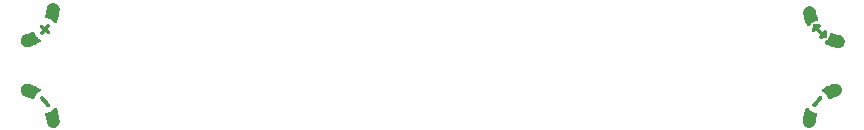
<source format=gbo>
%TF.GenerationSoftware,KiCad,Pcbnew,9.0.4*%
%TF.CreationDate,2025-10-01T23:04:25+01:00*%
%TF.ProjectId,mm_jacdaptor,6d6d5f6a-6163-4646-9170-746f722e6b69,v0.4*%
%TF.SameCoordinates,PX8d24d00PY37ca3a0*%
%TF.FileFunction,Legend,Bot*%
%TF.FilePolarity,Positive*%
%FSLAX45Y45*%
G04 Gerber Fmt 4.5, Leading zero omitted, Abs format (unit mm)*
G04 Created by KiCad (PCBNEW 9.0.4) date 2025-10-01 23:04:25*
%MOMM*%
%LPD*%
G01*
G04 APERTURE LIST*
%ADD10C,0.010000*%
G04 APERTURE END LIST*
D10*
%TO.C,MH3*%
X-3370674Y882030D02*
X-3369044Y881439D01*
X-3367634Y880564D01*
X-3366633Y879753D01*
X-3365785Y878852D01*
X-3365011Y877730D01*
X-3364231Y876253D01*
X-3363368Y874289D01*
X-3362342Y871707D01*
X-3362309Y871621D01*
X-3360053Y866117D01*
X-3357704Y861130D01*
X-3355128Y856382D01*
X-3353227Y853230D01*
X-3348314Y846117D01*
X-3342757Y839418D01*
X-3336624Y833200D01*
X-3329984Y827528D01*
X-3322906Y822471D01*
X-3318946Y820031D01*
X-3315886Y818097D01*
X-3313542Y816261D01*
X-3311854Y814455D01*
X-3310761Y812611D01*
X-3310203Y810663D01*
X-3310140Y810150D01*
X-3310167Y808286D01*
X-3310652Y806563D01*
X-3311655Y804907D01*
X-3313236Y803240D01*
X-3315453Y801487D01*
X-3318368Y799571D01*
X-3318397Y799552D01*
X-3330010Y792775D01*
X-3342260Y786340D01*
X-3355053Y780290D01*
X-3368291Y774667D01*
X-3381878Y769514D01*
X-3395717Y764873D01*
X-3401451Y763126D01*
X-3407281Y761531D01*
X-3412515Y760379D01*
X-3417204Y759662D01*
X-3421405Y759371D01*
X-3424785Y759464D01*
X-3431230Y760354D01*
X-3437372Y761963D01*
X-3443173Y764268D01*
X-3448596Y767249D01*
X-3453604Y770886D01*
X-3458161Y775157D01*
X-3462228Y780041D01*
X-3462794Y780826D01*
X-3465873Y785848D01*
X-3468327Y791278D01*
X-3470135Y797011D01*
X-3471278Y802940D01*
X-3471736Y808960D01*
X-3471489Y814966D01*
X-3470518Y820853D01*
X-3470425Y821244D01*
X-3468631Y827028D01*
X-3466124Y832563D01*
X-3462964Y837774D01*
X-3459213Y842586D01*
X-3454931Y846927D01*
X-3450178Y850721D01*
X-3445016Y853894D01*
X-3442899Y854950D01*
X-3441515Y855528D01*
X-3439549Y856255D01*
X-3437182Y857069D01*
X-3434598Y857907D01*
X-3431978Y858707D01*
X-3431935Y858719D01*
X-3422189Y861743D01*
X-3413053Y864910D01*
X-3404349Y868293D01*
X-3395898Y871964D01*
X-3387519Y875994D01*
X-3382938Y878358D01*
X-3379619Y880021D01*
X-3376829Y881206D01*
X-3374471Y881927D01*
X-3372451Y882197D01*
X-3370674Y882030D01*
G36*
X-3370674Y882030D02*
G01*
X-3369044Y881439D01*
X-3367634Y880564D01*
X-3366633Y879753D01*
X-3365785Y878852D01*
X-3365011Y877730D01*
X-3364231Y876253D01*
X-3363368Y874289D01*
X-3362342Y871707D01*
X-3362309Y871621D01*
X-3360053Y866117D01*
X-3357704Y861130D01*
X-3355128Y856382D01*
X-3353227Y853230D01*
X-3348314Y846117D01*
X-3342757Y839418D01*
X-3336624Y833200D01*
X-3329984Y827528D01*
X-3322906Y822471D01*
X-3318946Y820031D01*
X-3315886Y818097D01*
X-3313542Y816261D01*
X-3311854Y814455D01*
X-3310761Y812611D01*
X-3310203Y810663D01*
X-3310140Y810150D01*
X-3310167Y808286D01*
X-3310652Y806563D01*
X-3311655Y804907D01*
X-3313236Y803240D01*
X-3315453Y801487D01*
X-3318368Y799571D01*
X-3318397Y799552D01*
X-3330010Y792775D01*
X-3342260Y786340D01*
X-3355053Y780290D01*
X-3368291Y774667D01*
X-3381878Y769514D01*
X-3395717Y764873D01*
X-3401451Y763126D01*
X-3407281Y761531D01*
X-3412515Y760379D01*
X-3417204Y759662D01*
X-3421405Y759371D01*
X-3424785Y759464D01*
X-3431230Y760354D01*
X-3437372Y761963D01*
X-3443173Y764268D01*
X-3448596Y767249D01*
X-3453604Y770886D01*
X-3458161Y775157D01*
X-3462228Y780041D01*
X-3462794Y780826D01*
X-3465873Y785848D01*
X-3468327Y791278D01*
X-3470135Y797011D01*
X-3471278Y802940D01*
X-3471736Y808960D01*
X-3471489Y814966D01*
X-3470518Y820853D01*
X-3470425Y821244D01*
X-3468631Y827028D01*
X-3466124Y832563D01*
X-3462964Y837774D01*
X-3459213Y842586D01*
X-3454931Y846927D01*
X-3450178Y850721D01*
X-3445016Y853894D01*
X-3442899Y854950D01*
X-3441515Y855528D01*
X-3439549Y856255D01*
X-3437182Y857069D01*
X-3434598Y857907D01*
X-3431978Y858707D01*
X-3431935Y858719D01*
X-3422189Y861743D01*
X-3413053Y864910D01*
X-3404349Y868293D01*
X-3395898Y871964D01*
X-3387519Y875994D01*
X-3382938Y878358D01*
X-3379619Y880021D01*
X-3376829Y881206D01*
X-3374471Y881927D01*
X-3372451Y882197D01*
X-3370674Y882030D01*
G37*
X-3195993Y1123119D02*
X-3190104Y1122264D01*
X-3184416Y1120726D01*
X-3178978Y1118537D01*
X-3173843Y1115722D01*
X-3169062Y1112311D01*
X-3164685Y1108331D01*
X-3160764Y1103811D01*
X-3157350Y1098779D01*
X-3154494Y1093263D01*
X-3152248Y1087291D01*
X-3152196Y1087124D01*
X-3151725Y1085391D01*
X-3151346Y1083492D01*
X-3151029Y1081241D01*
X-3150744Y1078451D01*
X-3150646Y1077300D01*
X-3150494Y1075137D01*
X-3150412Y1073039D01*
X-3150405Y1070908D01*
X-3150482Y1068640D01*
X-3150650Y1066134D01*
X-3150916Y1063289D01*
X-3151287Y1060003D01*
X-3151771Y1056176D01*
X-3152376Y1051705D01*
X-3152636Y1049836D01*
X-3154488Y1038289D01*
X-3156842Y1026421D01*
X-3159648Y1014422D01*
X-3162856Y1002483D01*
X-3166415Y990795D01*
X-3170275Y979548D01*
X-3173083Y972158D01*
X-3174286Y969290D01*
X-3175377Y967083D01*
X-3176428Y965428D01*
X-3177511Y964214D01*
X-3178696Y963330D01*
X-3178873Y963227D01*
X-3180618Y962475D01*
X-3182294Y962333D01*
X-3183747Y962603D01*
X-3185806Y963513D01*
X-3187982Y965161D01*
X-3190230Y967512D01*
X-3190601Y967960D01*
X-3196626Y974784D01*
X-3203112Y980989D01*
X-3210027Y986554D01*
X-3217341Y991457D01*
X-3225022Y995676D01*
X-3233038Y999190D01*
X-3238894Y1001239D01*
X-3242109Y1002197D01*
X-3245334Y1003041D01*
X-3248777Y1003819D01*
X-3252645Y1004578D01*
X-3256004Y1005173D01*
X-3257868Y1005543D01*
X-3259215Y1005969D01*
X-3260320Y1006559D01*
X-3261224Y1007228D01*
X-3262699Y1008661D01*
X-3263646Y1010223D01*
X-3264081Y1012023D01*
X-3264017Y1014171D01*
X-3263468Y1016773D01*
X-3262748Y1019088D01*
X-3258873Y1031525D01*
X-3255644Y1044284D01*
X-3253050Y1057424D01*
X-3251076Y1071005D01*
X-3250717Y1074117D01*
X-3250312Y1077634D01*
X-3249931Y1080516D01*
X-3249542Y1082921D01*
X-3249114Y1085006D01*
X-3248617Y1086927D01*
X-3248018Y1088843D01*
X-3247519Y1090276D01*
X-3245118Y1095804D01*
X-3242044Y1100998D01*
X-3238366Y1105795D01*
X-3234151Y1110132D01*
X-3229466Y1113945D01*
X-3224380Y1117171D01*
X-3218959Y1119747D01*
X-3214346Y1121319D01*
X-3208165Y1122676D01*
X-3202030Y1123266D01*
X-3195993Y1123119D01*
G36*
X-3195993Y1123119D02*
G01*
X-3190104Y1122264D01*
X-3184416Y1120726D01*
X-3178978Y1118537D01*
X-3173843Y1115722D01*
X-3169062Y1112311D01*
X-3164685Y1108331D01*
X-3160764Y1103811D01*
X-3157350Y1098779D01*
X-3154494Y1093263D01*
X-3152248Y1087291D01*
X-3152196Y1087124D01*
X-3151725Y1085391D01*
X-3151346Y1083492D01*
X-3151029Y1081241D01*
X-3150744Y1078451D01*
X-3150646Y1077300D01*
X-3150494Y1075137D01*
X-3150412Y1073039D01*
X-3150405Y1070908D01*
X-3150482Y1068640D01*
X-3150650Y1066134D01*
X-3150916Y1063289D01*
X-3151287Y1060003D01*
X-3151771Y1056176D01*
X-3152376Y1051705D01*
X-3152636Y1049836D01*
X-3154488Y1038289D01*
X-3156842Y1026421D01*
X-3159648Y1014422D01*
X-3162856Y1002483D01*
X-3166415Y990795D01*
X-3170275Y979548D01*
X-3173083Y972158D01*
X-3174286Y969290D01*
X-3175377Y967083D01*
X-3176428Y965428D01*
X-3177511Y964214D01*
X-3178696Y963330D01*
X-3178873Y963227D01*
X-3180618Y962475D01*
X-3182294Y962333D01*
X-3183747Y962603D01*
X-3185806Y963513D01*
X-3187982Y965161D01*
X-3190230Y967512D01*
X-3190601Y967960D01*
X-3196626Y974784D01*
X-3203112Y980989D01*
X-3210027Y986554D01*
X-3217341Y991457D01*
X-3225022Y995676D01*
X-3233038Y999190D01*
X-3238894Y1001239D01*
X-3242109Y1002197D01*
X-3245334Y1003041D01*
X-3248777Y1003819D01*
X-3252645Y1004578D01*
X-3256004Y1005173D01*
X-3257868Y1005543D01*
X-3259215Y1005969D01*
X-3260320Y1006559D01*
X-3261224Y1007228D01*
X-3262699Y1008661D01*
X-3263646Y1010223D01*
X-3264081Y1012023D01*
X-3264017Y1014171D01*
X-3263468Y1016773D01*
X-3262748Y1019088D01*
X-3258873Y1031525D01*
X-3255644Y1044284D01*
X-3253050Y1057424D01*
X-3251076Y1071005D01*
X-3250717Y1074117D01*
X-3250312Y1077634D01*
X-3249931Y1080516D01*
X-3249542Y1082921D01*
X-3249114Y1085006D01*
X-3248617Y1086927D01*
X-3248018Y1088843D01*
X-3247519Y1090276D01*
X-3245118Y1095804D01*
X-3242044Y1100998D01*
X-3238366Y1105795D01*
X-3234151Y1110132D01*
X-3229466Y1113945D01*
X-3224380Y1117171D01*
X-3218959Y1119747D01*
X-3214346Y1121319D01*
X-3208165Y1122676D01*
X-3202030Y1123266D01*
X-3195993Y1123119D01*
G37*
X-3241458Y945199D02*
X-3239059Y944300D01*
X-3237766Y943464D01*
X-3236017Y941590D01*
X-3234804Y939258D01*
X-3234183Y936638D01*
X-3234207Y933904D01*
X-3234394Y932882D01*
X-3234561Y932276D01*
X-3234805Y931654D01*
X-3235177Y930946D01*
X-3235725Y930086D01*
X-3236501Y929005D01*
X-3237554Y927636D01*
X-3238935Y925911D01*
X-3240693Y923762D01*
X-3242879Y921121D01*
X-3244659Y918981D01*
X-3254411Y907272D01*
X-3243006Y897613D01*
X-3239959Y895012D01*
X-3237256Y892663D01*
X-3234948Y890611D01*
X-3233083Y888903D01*
X-3231712Y887582D01*
X-3230884Y886695D01*
X-3230697Y886439D01*
X-3229977Y884680D01*
X-3229560Y882507D01*
X-3229470Y880236D01*
X-3229730Y878179D01*
X-3230012Y877298D01*
X-3231204Y875264D01*
X-3232888Y873432D01*
X-3234714Y872143D01*
X-3236260Y871600D01*
X-3238237Y871263D01*
X-3240305Y871163D01*
X-3242121Y871329D01*
X-3242672Y871467D01*
X-3243463Y871891D01*
X-3244832Y872840D01*
X-3246767Y874305D01*
X-3249258Y876278D01*
X-3252293Y878751D01*
X-3255863Y881715D01*
X-3255905Y881750D01*
X-3267615Y891549D01*
X-3277283Y880080D01*
X-3280127Y876725D01*
X-3282514Y873956D01*
X-3284478Y871735D01*
X-3286051Y870025D01*
X-3287270Y868789D01*
X-3288167Y867989D01*
X-3288648Y867654D01*
X-3291009Y866737D01*
X-3293648Y866397D01*
X-3296278Y866650D01*
X-3297673Y867070D01*
X-3300122Y868427D01*
X-3302017Y870332D01*
X-3303216Y872498D01*
X-3303807Y874222D01*
X-3304041Y875709D01*
X-3303947Y877324D01*
X-3303711Y878684D01*
X-3303575Y879273D01*
X-3303377Y879855D01*
X-3303069Y880500D01*
X-3302602Y881273D01*
X-3301925Y882241D01*
X-3300991Y883473D01*
X-3299748Y885033D01*
X-3298148Y886991D01*
X-3296143Y889411D01*
X-3293681Y892362D01*
X-3293304Y892814D01*
X-3283336Y904741D01*
X-3295224Y914756D01*
X-3298239Y917301D01*
X-3300706Y919394D01*
X-3302684Y921094D01*
X-3304233Y922457D01*
X-3305413Y923541D01*
X-3306285Y924403D01*
X-3306909Y925101D01*
X-3307345Y925693D01*
X-3307654Y926235D01*
X-3307895Y926785D01*
X-3307926Y926864D01*
X-3308554Y928695D01*
X-3308812Y930207D01*
X-3308737Y931767D01*
X-3308513Y933043D01*
X-3307608Y935597D01*
X-3306079Y937726D01*
X-3304014Y939356D01*
X-3301501Y940410D01*
X-3299439Y940772D01*
X-3298326Y940846D01*
X-3297325Y940838D01*
X-3296365Y940705D01*
X-3295372Y940403D01*
X-3294276Y939889D01*
X-3293003Y939120D01*
X-3291482Y938052D01*
X-3289640Y936642D01*
X-3287406Y934846D01*
X-3284707Y932621D01*
X-3281657Y930079D01*
X-3270145Y920463D01*
X-3260313Y932130D01*
X-3257333Y935643D01*
X-3254823Y938549D01*
X-3252769Y940865D01*
X-3251151Y942611D01*
X-3249955Y943805D01*
X-3249163Y944465D01*
X-3249005Y944560D01*
X-3246673Y945353D01*
X-3244077Y945558D01*
X-3241458Y945199D01*
G36*
X-3241458Y945199D02*
G01*
X-3239059Y944300D01*
X-3237766Y943464D01*
X-3236017Y941590D01*
X-3234804Y939258D01*
X-3234183Y936638D01*
X-3234207Y933904D01*
X-3234394Y932882D01*
X-3234561Y932276D01*
X-3234805Y931654D01*
X-3235177Y930946D01*
X-3235725Y930086D01*
X-3236501Y929005D01*
X-3237554Y927636D01*
X-3238935Y925911D01*
X-3240693Y923762D01*
X-3242879Y921121D01*
X-3244659Y918981D01*
X-3254411Y907272D01*
X-3243006Y897613D01*
X-3239959Y895012D01*
X-3237256Y892663D01*
X-3234948Y890611D01*
X-3233083Y888903D01*
X-3231712Y887582D01*
X-3230884Y886695D01*
X-3230697Y886439D01*
X-3229977Y884680D01*
X-3229560Y882507D01*
X-3229470Y880236D01*
X-3229730Y878179D01*
X-3230012Y877298D01*
X-3231204Y875264D01*
X-3232888Y873432D01*
X-3234714Y872143D01*
X-3236260Y871600D01*
X-3238237Y871263D01*
X-3240305Y871163D01*
X-3242121Y871329D01*
X-3242672Y871467D01*
X-3243463Y871891D01*
X-3244832Y872840D01*
X-3246767Y874305D01*
X-3249258Y876278D01*
X-3252293Y878751D01*
X-3255863Y881715D01*
X-3255905Y881750D01*
X-3267615Y891549D01*
X-3277283Y880080D01*
X-3280127Y876725D01*
X-3282514Y873956D01*
X-3284478Y871735D01*
X-3286051Y870025D01*
X-3287270Y868789D01*
X-3288167Y867989D01*
X-3288648Y867654D01*
X-3291009Y866737D01*
X-3293648Y866397D01*
X-3296278Y866650D01*
X-3297673Y867070D01*
X-3300122Y868427D01*
X-3302017Y870332D01*
X-3303216Y872498D01*
X-3303807Y874222D01*
X-3304041Y875709D01*
X-3303947Y877324D01*
X-3303711Y878684D01*
X-3303575Y879273D01*
X-3303377Y879855D01*
X-3303069Y880500D01*
X-3302602Y881273D01*
X-3301925Y882241D01*
X-3300991Y883473D01*
X-3299748Y885033D01*
X-3298148Y886991D01*
X-3296143Y889411D01*
X-3293681Y892362D01*
X-3293304Y892814D01*
X-3283336Y904741D01*
X-3295224Y914756D01*
X-3298239Y917301D01*
X-3300706Y919394D01*
X-3302684Y921094D01*
X-3304233Y922457D01*
X-3305413Y923541D01*
X-3306285Y924403D01*
X-3306909Y925101D01*
X-3307345Y925693D01*
X-3307654Y926235D01*
X-3307895Y926785D01*
X-3307926Y926864D01*
X-3308554Y928695D01*
X-3308812Y930207D01*
X-3308737Y931767D01*
X-3308513Y933043D01*
X-3307608Y935597D01*
X-3306079Y937726D01*
X-3304014Y939356D01*
X-3301501Y940410D01*
X-3299439Y940772D01*
X-3298326Y940846D01*
X-3297325Y940838D01*
X-3296365Y940705D01*
X-3295372Y940403D01*
X-3294276Y939889D01*
X-3293003Y939120D01*
X-3291482Y938052D01*
X-3289640Y936642D01*
X-3287406Y934846D01*
X-3284707Y932621D01*
X-3281657Y930079D01*
X-3270145Y920463D01*
X-3260313Y932130D01*
X-3257333Y935643D01*
X-3254823Y938549D01*
X-3252769Y940865D01*
X-3251151Y942611D01*
X-3249955Y943805D01*
X-3249163Y944465D01*
X-3249005Y944560D01*
X-3246673Y945353D01*
X-3244077Y945558D01*
X-3241458Y945199D01*
G37*
%TO.C,MH4*%
X3424615Y440629D02*
X3431061Y439738D01*
X3437203Y438130D01*
X3443004Y435825D01*
X3448427Y432844D01*
X3453435Y429207D01*
X3457991Y424936D01*
X3462059Y420052D01*
X3462625Y419267D01*
X3465704Y414245D01*
X3468158Y408815D01*
X3469966Y403082D01*
X3471109Y397153D01*
X3471567Y391133D01*
X3471320Y385127D01*
X3470348Y379240D01*
X3470256Y378849D01*
X3468462Y373065D01*
X3465955Y367530D01*
X3462795Y362319D01*
X3459044Y357507D01*
X3454762Y353166D01*
X3450009Y349372D01*
X3444846Y346199D01*
X3442729Y345143D01*
X3441346Y344565D01*
X3439379Y343838D01*
X3437013Y343024D01*
X3434429Y342186D01*
X3431809Y341386D01*
X3431766Y341374D01*
X3422019Y338350D01*
X3412884Y335183D01*
X3404180Y331800D01*
X3395728Y328129D01*
X3387349Y324099D01*
X3382768Y321735D01*
X3379450Y320072D01*
X3376659Y318887D01*
X3374302Y318166D01*
X3372282Y317896D01*
X3370504Y318063D01*
X3368875Y318654D01*
X3367465Y319529D01*
X3366464Y320340D01*
X3365616Y321241D01*
X3364841Y322363D01*
X3364062Y323840D01*
X3363199Y325804D01*
X3362173Y328386D01*
X3362140Y328472D01*
X3359883Y333976D01*
X3357535Y338963D01*
X3354959Y343711D01*
X3353058Y346863D01*
X3348145Y353976D01*
X3342588Y360675D01*
X3336454Y366893D01*
X3329814Y372565D01*
X3322737Y377622D01*
X3318777Y380062D01*
X3315717Y381996D01*
X3313373Y383832D01*
X3311685Y385638D01*
X3310592Y387481D01*
X3310034Y389430D01*
X3309971Y389943D01*
X3309998Y391807D01*
X3310483Y393530D01*
X3311486Y395186D01*
X3313066Y396852D01*
X3315284Y398606D01*
X3318199Y400522D01*
X3318228Y400541D01*
X3329841Y407318D01*
X3342091Y413753D01*
X3354884Y419803D01*
X3368122Y425426D01*
X3381709Y430578D01*
X3395548Y435219D01*
X3401282Y436967D01*
X3407112Y438562D01*
X3412345Y439714D01*
X3417035Y440431D01*
X3421236Y440722D01*
X3424615Y440629D01*
G36*
X3424615Y440629D02*
G01*
X3431061Y439738D01*
X3437203Y438130D01*
X3443004Y435825D01*
X3448427Y432844D01*
X3453435Y429207D01*
X3457991Y424936D01*
X3462059Y420052D01*
X3462625Y419267D01*
X3465704Y414245D01*
X3468158Y408815D01*
X3469966Y403082D01*
X3471109Y397153D01*
X3471567Y391133D01*
X3471320Y385127D01*
X3470348Y379240D01*
X3470256Y378849D01*
X3468462Y373065D01*
X3465955Y367530D01*
X3462795Y362319D01*
X3459044Y357507D01*
X3454762Y353166D01*
X3450009Y349372D01*
X3444846Y346199D01*
X3442729Y345143D01*
X3441346Y344565D01*
X3439379Y343838D01*
X3437013Y343024D01*
X3434429Y342186D01*
X3431809Y341386D01*
X3431766Y341374D01*
X3422019Y338350D01*
X3412884Y335183D01*
X3404180Y331800D01*
X3395728Y328129D01*
X3387349Y324099D01*
X3382768Y321735D01*
X3379450Y320072D01*
X3376659Y318887D01*
X3374302Y318166D01*
X3372282Y317896D01*
X3370504Y318063D01*
X3368875Y318654D01*
X3367465Y319529D01*
X3366464Y320340D01*
X3365616Y321241D01*
X3364841Y322363D01*
X3364062Y323840D01*
X3363199Y325804D01*
X3362173Y328386D01*
X3362140Y328472D01*
X3359883Y333976D01*
X3357535Y338963D01*
X3354959Y343711D01*
X3353058Y346863D01*
X3348145Y353976D01*
X3342588Y360675D01*
X3336454Y366893D01*
X3329814Y372565D01*
X3322737Y377622D01*
X3318777Y380062D01*
X3315717Y381996D01*
X3313373Y383832D01*
X3311685Y385638D01*
X3310592Y387481D01*
X3310034Y389430D01*
X3309971Y389943D01*
X3309998Y391807D01*
X3310483Y393530D01*
X3311486Y395186D01*
X3313066Y396852D01*
X3315284Y398606D01*
X3318199Y400522D01*
X3318228Y400541D01*
X3329841Y407318D01*
X3342091Y413753D01*
X3354884Y419803D01*
X3368122Y425426D01*
X3381709Y430578D01*
X3395548Y435219D01*
X3401282Y436967D01*
X3407112Y438562D01*
X3412345Y439714D01*
X3417035Y440431D01*
X3421236Y440722D01*
X3424615Y440629D01*
G37*
X3183578Y237490D02*
X3185637Y236580D01*
X3187813Y234932D01*
X3190061Y232581D01*
X3190432Y232133D01*
X3196457Y225309D01*
X3202943Y219103D01*
X3209858Y213539D01*
X3217172Y208636D01*
X3224852Y204417D01*
X3232869Y200903D01*
X3238725Y198854D01*
X3241939Y197896D01*
X3245165Y197052D01*
X3248608Y196274D01*
X3252476Y195515D01*
X3255835Y194920D01*
X3257698Y194550D01*
X3259045Y194124D01*
X3260151Y193534D01*
X3261055Y192865D01*
X3262529Y191432D01*
X3263477Y189870D01*
X3263912Y188070D01*
X3263848Y185923D01*
X3263299Y183320D01*
X3262579Y181005D01*
X3258703Y168568D01*
X3255475Y155809D01*
X3252880Y142669D01*
X3250907Y129088D01*
X3250548Y125976D01*
X3250143Y122459D01*
X3249761Y119577D01*
X3249372Y117172D01*
X3248945Y115087D01*
X3248447Y113166D01*
X3247849Y111250D01*
X3247350Y109817D01*
X3244948Y104289D01*
X3241875Y99095D01*
X3238197Y94298D01*
X3233982Y89961D01*
X3229297Y86148D01*
X3224210Y82922D01*
X3218789Y80346D01*
X3214177Y78774D01*
X3207996Y77417D01*
X3201861Y76827D01*
X3195824Y76974D01*
X3189935Y77830D01*
X3184247Y79367D01*
X3178809Y81557D01*
X3173674Y84371D01*
X3168892Y87782D01*
X3164515Y91762D01*
X3160594Y96282D01*
X3157180Y101314D01*
X3154325Y106830D01*
X3152079Y112802D01*
X3152027Y112969D01*
X3151556Y114702D01*
X3151177Y116601D01*
X3150859Y118852D01*
X3150575Y121642D01*
X3150477Y122793D01*
X3150325Y124956D01*
X3150242Y127054D01*
X3150236Y129185D01*
X3150313Y131454D01*
X3150481Y133959D01*
X3150747Y136804D01*
X3151118Y140090D01*
X3151602Y143917D01*
X3152207Y148389D01*
X3152467Y150257D01*
X3154319Y161804D01*
X3156673Y173672D01*
X3159479Y185671D01*
X3162686Y197610D01*
X3166245Y209298D01*
X3170106Y220545D01*
X3172913Y227935D01*
X3174116Y230803D01*
X3175208Y233010D01*
X3176259Y234665D01*
X3177341Y235879D01*
X3178527Y236763D01*
X3178704Y236866D01*
X3180449Y237618D01*
X3182125Y237760D01*
X3183578Y237490D01*
G36*
X3183578Y237490D02*
G01*
X3185637Y236580D01*
X3187813Y234932D01*
X3190061Y232581D01*
X3190432Y232133D01*
X3196457Y225309D01*
X3202943Y219103D01*
X3209858Y213539D01*
X3217172Y208636D01*
X3224852Y204417D01*
X3232869Y200903D01*
X3238725Y198854D01*
X3241939Y197896D01*
X3245165Y197052D01*
X3248608Y196274D01*
X3252476Y195515D01*
X3255835Y194920D01*
X3257698Y194550D01*
X3259045Y194124D01*
X3260151Y193534D01*
X3261055Y192865D01*
X3262529Y191432D01*
X3263477Y189870D01*
X3263912Y188070D01*
X3263848Y185923D01*
X3263299Y183320D01*
X3262579Y181005D01*
X3258703Y168568D01*
X3255475Y155809D01*
X3252880Y142669D01*
X3250907Y129088D01*
X3250548Y125976D01*
X3250143Y122459D01*
X3249761Y119577D01*
X3249372Y117172D01*
X3248945Y115087D01*
X3248447Y113166D01*
X3247849Y111250D01*
X3247350Y109817D01*
X3244948Y104289D01*
X3241875Y99095D01*
X3238197Y94298D01*
X3233982Y89961D01*
X3229297Y86148D01*
X3224210Y82922D01*
X3218789Y80346D01*
X3214177Y78774D01*
X3207996Y77417D01*
X3201861Y76827D01*
X3195824Y76974D01*
X3189935Y77830D01*
X3184247Y79367D01*
X3178809Y81557D01*
X3173674Y84371D01*
X3168892Y87782D01*
X3164515Y91762D01*
X3160594Y96282D01*
X3157180Y101314D01*
X3154325Y106830D01*
X3152079Y112802D01*
X3152027Y112969D01*
X3151556Y114702D01*
X3151177Y116601D01*
X3150859Y118852D01*
X3150575Y121642D01*
X3150477Y122793D01*
X3150325Y124956D01*
X3150242Y127054D01*
X3150236Y129185D01*
X3150313Y131454D01*
X3150481Y133959D01*
X3150747Y136804D01*
X3151118Y140090D01*
X3151602Y143917D01*
X3152207Y148389D01*
X3152467Y150257D01*
X3154319Y161804D01*
X3156673Y173672D01*
X3159479Y185671D01*
X3162686Y197610D01*
X3166245Y209298D01*
X3170106Y220545D01*
X3172913Y227935D01*
X3174116Y230803D01*
X3175208Y233010D01*
X3176259Y234665D01*
X3177341Y235879D01*
X3178527Y236763D01*
X3178704Y236866D01*
X3180449Y237618D01*
X3182125Y237760D01*
X3183578Y237490D01*
G37*
X3295740Y336168D02*
X3298838Y335211D01*
X3301483Y333645D01*
X3303610Y331545D01*
X3305158Y328983D01*
X3306063Y326035D01*
X3306277Y323895D01*
X3306296Y323143D01*
X3306296Y322453D01*
X3306250Y321789D01*
X3306129Y321111D01*
X3305905Y320382D01*
X3305550Y319562D01*
X3305037Y318615D01*
X3304337Y317501D01*
X3303422Y316182D01*
X3302264Y314620D01*
X3300836Y312776D01*
X3299109Y310612D01*
X3297054Y308091D01*
X3294646Y305173D01*
X3291854Y301821D01*
X3288651Y297995D01*
X3285010Y293658D01*
X3280901Y288771D01*
X3278509Y285927D01*
X3274276Y280894D01*
X3270521Y276433D01*
X3267213Y272509D01*
X3264320Y269085D01*
X3261811Y266128D01*
X3259654Y263600D01*
X3257818Y261465D01*
X3256271Y259689D01*
X3254982Y258235D01*
X3253920Y257068D01*
X3253051Y256152D01*
X3252346Y255452D01*
X3251772Y254930D01*
X3251298Y254553D01*
X3250893Y254283D01*
X3250524Y254086D01*
X3250314Y253991D01*
X3247232Y253047D01*
X3244147Y252837D01*
X3241170Y253333D01*
X3238411Y254503D01*
X3235979Y256317D01*
X3234165Y258469D01*
X3233514Y259497D01*
X3233086Y260415D01*
X3232809Y261466D01*
X3232613Y262897D01*
X3232487Y264226D01*
X3232351Y266175D01*
X3232358Y267600D01*
X3232529Y268757D01*
X3232882Y269907D01*
X3232932Y270041D01*
X3233159Y270506D01*
X3233578Y271178D01*
X3234216Y272091D01*
X3235099Y273276D01*
X3236253Y274767D01*
X3237705Y276595D01*
X3239481Y278794D01*
X3241607Y281396D01*
X3244110Y284434D01*
X3247016Y287940D01*
X3250351Y291946D01*
X3254142Y296486D01*
X3258415Y301591D01*
X3259355Y302713D01*
X3263607Y307785D01*
X3267382Y312282D01*
X3270711Y316239D01*
X3273626Y319692D01*
X3276156Y322676D01*
X3278334Y325228D01*
X3280191Y327382D01*
X3281756Y329173D01*
X3283061Y330637D01*
X3284137Y331810D01*
X3285015Y332728D01*
X3285725Y333424D01*
X3286300Y333935D01*
X3286768Y334297D01*
X3287126Y334524D01*
X3289598Y335596D01*
X3292265Y336203D01*
X3294828Y336289D01*
X3295740Y336168D01*
G36*
X3295740Y336168D02*
G01*
X3298838Y335211D01*
X3301483Y333645D01*
X3303610Y331545D01*
X3305158Y328983D01*
X3306063Y326035D01*
X3306277Y323895D01*
X3306296Y323143D01*
X3306296Y322453D01*
X3306250Y321789D01*
X3306129Y321111D01*
X3305905Y320382D01*
X3305550Y319562D01*
X3305037Y318615D01*
X3304337Y317501D01*
X3303422Y316182D01*
X3302264Y314620D01*
X3300836Y312776D01*
X3299109Y310612D01*
X3297054Y308091D01*
X3294646Y305173D01*
X3291854Y301821D01*
X3288651Y297995D01*
X3285010Y293658D01*
X3280901Y288771D01*
X3278509Y285927D01*
X3274276Y280894D01*
X3270521Y276433D01*
X3267213Y272509D01*
X3264320Y269085D01*
X3261811Y266128D01*
X3259654Y263600D01*
X3257818Y261465D01*
X3256271Y259689D01*
X3254982Y258235D01*
X3253920Y257068D01*
X3253051Y256152D01*
X3252346Y255452D01*
X3251772Y254930D01*
X3251298Y254553D01*
X3250893Y254283D01*
X3250524Y254086D01*
X3250314Y253991D01*
X3247232Y253047D01*
X3244147Y252837D01*
X3241170Y253333D01*
X3238411Y254503D01*
X3235979Y256317D01*
X3234165Y258469D01*
X3233514Y259497D01*
X3233086Y260415D01*
X3232809Y261466D01*
X3232613Y262897D01*
X3232487Y264226D01*
X3232351Y266175D01*
X3232358Y267600D01*
X3232529Y268757D01*
X3232882Y269907D01*
X3232932Y270041D01*
X3233159Y270506D01*
X3233578Y271178D01*
X3234216Y272091D01*
X3235099Y273276D01*
X3236253Y274767D01*
X3237705Y276595D01*
X3239481Y278794D01*
X3241607Y281396D01*
X3244110Y284434D01*
X3247016Y287940D01*
X3250351Y291946D01*
X3254142Y296486D01*
X3258415Y301591D01*
X3259355Y302713D01*
X3263607Y307785D01*
X3267382Y312282D01*
X3270711Y316239D01*
X3273626Y319692D01*
X3276156Y322676D01*
X3278334Y325228D01*
X3280191Y327382D01*
X3281756Y329173D01*
X3283061Y330637D01*
X3284137Y331810D01*
X3285015Y332728D01*
X3285725Y333424D01*
X3286300Y333935D01*
X3286768Y334297D01*
X3287126Y334524D01*
X3289598Y335596D01*
X3292265Y336203D01*
X3294828Y336289D01*
X3295740Y336168D01*
G37*
%TO.C,MH2*%
X-3181545Y236560D02*
X-3179713Y236210D01*
X-3178101Y235433D01*
X-3176644Y234158D01*
X-3175278Y232312D01*
X-3173936Y229823D01*
X-3172555Y226620D01*
X-3172541Y226588D01*
X-3167884Y213975D01*
X-3163674Y200793D01*
X-3159937Y187145D01*
X-3156699Y173132D01*
X-3153984Y158856D01*
X-3151816Y144421D01*
X-3151091Y138471D01*
X-3150533Y132452D01*
X-3150307Y127098D01*
X-3150415Y122355D01*
X-3150858Y118168D01*
X-3151536Y114856D01*
X-3153533Y108663D01*
X-3156183Y102893D01*
X-3159461Y97581D01*
X-3163338Y92758D01*
X-3167789Y88457D01*
X-3172786Y84712D01*
X-3178303Y81554D01*
X-3179174Y81133D01*
X-3184655Y78973D01*
X-3190428Y77500D01*
X-3196388Y76714D01*
X-3202425Y76618D01*
X-3208434Y77212D01*
X-3214306Y78499D01*
X-3219934Y80478D01*
X-3220303Y80637D01*
X-3225688Y83408D01*
X-3230703Y86838D01*
X-3235286Y90854D01*
X-3239374Y95384D01*
X-3242905Y100355D01*
X-3245816Y105694D01*
X-3248045Y111330D01*
X-3248717Y113598D01*
X-3249046Y115061D01*
X-3249421Y117124D01*
X-3249811Y119596D01*
X-3250188Y122286D01*
X-3250520Y125005D01*
X-3250525Y125049D01*
X-3251811Y135173D01*
X-3253344Y144720D01*
X-3255164Y153879D01*
X-3257311Y162839D01*
X-3259825Y171791D01*
X-3261357Y176713D01*
X-3262419Y180270D01*
X-3263102Y183224D01*
X-3263402Y185671D01*
X-3263317Y187707D01*
X-3262844Y189428D01*
X-3261979Y190931D01*
X-3260872Y192167D01*
X-3259900Y193012D01*
X-3258866Y193691D01*
X-3257626Y194258D01*
X-3256036Y194769D01*
X-3253953Y195278D01*
X-3251231Y195840D01*
X-3251140Y195858D01*
X-3245329Y197125D01*
X-3240009Y198571D01*
X-3234886Y200284D01*
X-3231452Y201609D01*
X-3223594Y205211D01*
X-3216032Y209521D01*
X-3208843Y214481D01*
X-3202105Y220036D01*
X-3195896Y226127D01*
X-3192805Y229603D01*
X-3190369Y232281D01*
X-3188153Y234271D01*
X-3186082Y235620D01*
X-3184077Y236376D01*
X-3182061Y236587D01*
X-3181545Y236560D01*
G36*
X-3181545Y236560D02*
G01*
X-3179713Y236210D01*
X-3178101Y235433D01*
X-3176644Y234158D01*
X-3175278Y232312D01*
X-3173936Y229823D01*
X-3172555Y226620D01*
X-3172541Y226588D01*
X-3167884Y213975D01*
X-3163674Y200793D01*
X-3159937Y187145D01*
X-3156699Y173132D01*
X-3153984Y158856D01*
X-3151816Y144421D01*
X-3151091Y138471D01*
X-3150533Y132452D01*
X-3150307Y127098D01*
X-3150415Y122355D01*
X-3150858Y118168D01*
X-3151536Y114856D01*
X-3153533Y108663D01*
X-3156183Y102893D01*
X-3159461Y97581D01*
X-3163338Y92758D01*
X-3167789Y88457D01*
X-3172786Y84712D01*
X-3178303Y81554D01*
X-3179174Y81133D01*
X-3184655Y78973D01*
X-3190428Y77500D01*
X-3196388Y76714D01*
X-3202425Y76618D01*
X-3208434Y77212D01*
X-3214306Y78499D01*
X-3219934Y80478D01*
X-3220303Y80637D01*
X-3225688Y83408D01*
X-3230703Y86838D01*
X-3235286Y90854D01*
X-3239374Y95384D01*
X-3242905Y100355D01*
X-3245816Y105694D01*
X-3248045Y111330D01*
X-3248717Y113598D01*
X-3249046Y115061D01*
X-3249421Y117124D01*
X-3249811Y119596D01*
X-3250188Y122286D01*
X-3250520Y125005D01*
X-3250525Y125049D01*
X-3251811Y135173D01*
X-3253344Y144720D01*
X-3255164Y153879D01*
X-3257311Y162839D01*
X-3259825Y171791D01*
X-3261357Y176713D01*
X-3262419Y180270D01*
X-3263102Y183224D01*
X-3263402Y185671D01*
X-3263317Y187707D01*
X-3262844Y189428D01*
X-3261979Y190931D01*
X-3260872Y192167D01*
X-3259900Y193012D01*
X-3258866Y193691D01*
X-3257626Y194258D01*
X-3256036Y194769D01*
X-3253953Y195278D01*
X-3251231Y195840D01*
X-3251140Y195858D01*
X-3245329Y197125D01*
X-3240009Y198571D01*
X-3234886Y200284D01*
X-3231452Y201609D01*
X-3223594Y205211D01*
X-3216032Y209521D01*
X-3208843Y214481D01*
X-3202105Y220036D01*
X-3195896Y226127D01*
X-3192805Y229603D01*
X-3190369Y232281D01*
X-3188153Y234271D01*
X-3186082Y235620D01*
X-3184077Y236376D01*
X-3182061Y236587D01*
X-3181545Y236560D01*
G37*
X-3420888Y440329D02*
X-3418090Y440124D01*
X-3416940Y440021D01*
X-3414783Y439795D01*
X-3412704Y439512D01*
X-3410603Y439148D01*
X-3408383Y438679D01*
X-3405944Y438079D01*
X-3403188Y437323D01*
X-3400017Y436386D01*
X-3396332Y435245D01*
X-3392034Y433873D01*
X-3390239Y433293D01*
X-3379189Y429464D01*
X-3367910Y425085D01*
X-3356581Y420238D01*
X-3345380Y415005D01*
X-3334487Y409471D01*
X-3324082Y403716D01*
X-3317292Y399668D01*
X-3314676Y397985D01*
X-3312692Y396527D01*
X-3311245Y395205D01*
X-3310237Y393928D01*
X-3309573Y392607D01*
X-3309502Y392414D01*
X-3309064Y390566D01*
X-3309216Y388890D01*
X-3309734Y387506D01*
X-3310987Y385637D01*
X-3312989Y383779D01*
X-3315694Y381974D01*
X-3316200Y381687D01*
X-3323966Y376938D01*
X-3331203Y371628D01*
X-3337884Y365784D01*
X-3343983Y359433D01*
X-3349472Y352602D01*
X-3354324Y345318D01*
X-3357358Y339906D01*
X-3358860Y336907D01*
X-3360251Y333877D01*
X-3361615Y330622D01*
X-3363035Y326944D01*
X-3364204Y323739D01*
X-3364893Y321968D01*
X-3365546Y320716D01*
X-3366318Y319729D01*
X-3367134Y318955D01*
X-3368802Y317752D01*
X-3370505Y317090D01*
X-3372353Y316975D01*
X-3374456Y317410D01*
X-3376924Y318403D01*
X-3379079Y319514D01*
X-3390654Y325490D01*
X-3402658Y330885D01*
X-3415148Y335722D01*
X-3428181Y340024D01*
X-3431182Y340918D01*
X-3434576Y341927D01*
X-3437348Y342803D01*
X-3439649Y343604D01*
X-3441627Y344388D01*
X-3443433Y345211D01*
X-3445216Y346133D01*
X-3446540Y346873D01*
X-3451568Y350198D01*
X-3456149Y354127D01*
X-3460235Y358582D01*
X-3463774Y363486D01*
X-3466715Y368762D01*
X-3469009Y374331D01*
X-3470604Y380117D01*
X-3471352Y384933D01*
X-3471614Y391256D01*
X-3471131Y397400D01*
X-3469938Y403320D01*
X-3468072Y408970D01*
X-3465571Y414305D01*
X-3462470Y419280D01*
X-3458806Y423848D01*
X-3454617Y427965D01*
X-3449937Y431584D01*
X-3444805Y434661D01*
X-3439257Y437149D01*
X-3433329Y439004D01*
X-3427058Y440179D01*
X-3426884Y440201D01*
X-3425095Y440364D01*
X-3423160Y440407D01*
X-3420888Y440329D01*
G36*
X-3420888Y440329D02*
G01*
X-3418090Y440124D01*
X-3416940Y440021D01*
X-3414783Y439795D01*
X-3412704Y439512D01*
X-3410603Y439148D01*
X-3408383Y438679D01*
X-3405944Y438079D01*
X-3403188Y437323D01*
X-3400017Y436386D01*
X-3396332Y435245D01*
X-3392034Y433873D01*
X-3390239Y433293D01*
X-3379189Y429464D01*
X-3367910Y425085D01*
X-3356581Y420238D01*
X-3345380Y415005D01*
X-3334487Y409471D01*
X-3324082Y403716D01*
X-3317292Y399668D01*
X-3314676Y397985D01*
X-3312692Y396527D01*
X-3311245Y395205D01*
X-3310237Y393928D01*
X-3309573Y392607D01*
X-3309502Y392414D01*
X-3309064Y390566D01*
X-3309216Y388890D01*
X-3309734Y387506D01*
X-3310987Y385637D01*
X-3312989Y383779D01*
X-3315694Y381974D01*
X-3316200Y381687D01*
X-3323966Y376938D01*
X-3331203Y371628D01*
X-3337884Y365784D01*
X-3343983Y359433D01*
X-3349472Y352602D01*
X-3354324Y345318D01*
X-3357358Y339906D01*
X-3358860Y336907D01*
X-3360251Y333877D01*
X-3361615Y330622D01*
X-3363035Y326944D01*
X-3364204Y323739D01*
X-3364893Y321968D01*
X-3365546Y320716D01*
X-3366318Y319729D01*
X-3367134Y318955D01*
X-3368802Y317752D01*
X-3370505Y317090D01*
X-3372353Y316975D01*
X-3374456Y317410D01*
X-3376924Y318403D01*
X-3379079Y319514D01*
X-3390654Y325490D01*
X-3402658Y330885D01*
X-3415148Y335722D01*
X-3428181Y340024D01*
X-3431182Y340918D01*
X-3434576Y341927D01*
X-3437348Y342803D01*
X-3439649Y343604D01*
X-3441627Y344388D01*
X-3443433Y345211D01*
X-3445216Y346133D01*
X-3446540Y346873D01*
X-3451568Y350198D01*
X-3456149Y354127D01*
X-3460235Y358582D01*
X-3463774Y363486D01*
X-3466715Y368762D01*
X-3469009Y374331D01*
X-3470604Y380117D01*
X-3471352Y384933D01*
X-3471614Y391256D01*
X-3471131Y397400D01*
X-3469938Y403320D01*
X-3468072Y408970D01*
X-3465571Y414305D01*
X-3462470Y419280D01*
X-3458806Y423848D01*
X-3454617Y427965D01*
X-3449937Y431584D01*
X-3444805Y434661D01*
X-3439257Y437149D01*
X-3433329Y439004D01*
X-3427058Y440179D01*
X-3426884Y440201D01*
X-3425095Y440364D01*
X-3423160Y440407D01*
X-3420888Y440329D01*
G37*
X-3293228Y334804D02*
X-3291897Y334697D01*
X-3289953Y334493D01*
X-3288552Y334239D01*
X-3287442Y333870D01*
X-3286371Y333322D01*
X-3286247Y333250D01*
X-3285829Y332946D01*
X-3285240Y332416D01*
X-3284452Y331629D01*
X-3283438Y330554D01*
X-3282170Y329158D01*
X-3280622Y327411D01*
X-3278765Y325280D01*
X-3276571Y322734D01*
X-3274014Y319742D01*
X-3271066Y316271D01*
X-3267700Y312291D01*
X-3263887Y307769D01*
X-3259601Y302675D01*
X-3258660Y301554D01*
X-3254404Y296487D01*
X-3250631Y291988D01*
X-3247312Y288022D01*
X-3244417Y284552D01*
X-3241917Y281542D01*
X-3239783Y278954D01*
X-3237984Y276752D01*
X-3236492Y274899D01*
X-3235276Y273360D01*
X-3234308Y272096D01*
X-3233557Y271073D01*
X-3232995Y270252D01*
X-3232591Y269598D01*
X-3232316Y269073D01*
X-3232155Y268682D01*
X-3231529Y266061D01*
X-3231393Y263329D01*
X-3231754Y260790D01*
X-3232031Y259912D01*
X-3233512Y257028D01*
X-3235513Y254695D01*
X-3237951Y252965D01*
X-3240742Y251886D01*
X-3243803Y251507D01*
X-3245947Y251667D01*
X-3246692Y251779D01*
X-3247371Y251899D01*
X-3248017Y252060D01*
X-3248664Y252297D01*
X-3249343Y252644D01*
X-3250088Y253135D01*
X-3250932Y253805D01*
X-3251908Y254688D01*
X-3253048Y255818D01*
X-3254386Y257230D01*
X-3255953Y258956D01*
X-3257784Y261033D01*
X-3259910Y263494D01*
X-3262366Y266373D01*
X-3265182Y269704D01*
X-3268394Y273523D01*
X-3272032Y277862D01*
X-3276131Y282756D01*
X-3278517Y285606D01*
X-3282739Y290649D01*
X-3286480Y295122D01*
X-3289770Y299061D01*
X-3292639Y302505D01*
X-3295116Y305489D01*
X-3297231Y308052D01*
X-3299014Y310231D01*
X-3300495Y312062D01*
X-3301703Y313584D01*
X-3302667Y314833D01*
X-3303419Y315848D01*
X-3303986Y316664D01*
X-3304400Y317320D01*
X-3304689Y317852D01*
X-3304884Y318298D01*
X-3305014Y318695D01*
X-3305072Y318919D01*
X-3305467Y322118D01*
X-3305137Y325192D01*
X-3304132Y328038D01*
X-3302500Y330552D01*
X-3300292Y332632D01*
X-3297858Y334045D01*
X-3296732Y334507D01*
X-3295754Y334770D01*
X-3294671Y334859D01*
X-3293228Y334804D01*
G36*
X-3293228Y334804D02*
G01*
X-3291897Y334697D01*
X-3289953Y334493D01*
X-3288552Y334239D01*
X-3287442Y333870D01*
X-3286371Y333322D01*
X-3286247Y333250D01*
X-3285829Y332946D01*
X-3285240Y332416D01*
X-3284452Y331629D01*
X-3283438Y330554D01*
X-3282170Y329158D01*
X-3280622Y327411D01*
X-3278765Y325280D01*
X-3276571Y322734D01*
X-3274014Y319742D01*
X-3271066Y316271D01*
X-3267700Y312291D01*
X-3263887Y307769D01*
X-3259601Y302675D01*
X-3258660Y301554D01*
X-3254404Y296487D01*
X-3250631Y291988D01*
X-3247312Y288022D01*
X-3244417Y284552D01*
X-3241917Y281542D01*
X-3239783Y278954D01*
X-3237984Y276752D01*
X-3236492Y274899D01*
X-3235276Y273360D01*
X-3234308Y272096D01*
X-3233557Y271073D01*
X-3232995Y270252D01*
X-3232591Y269598D01*
X-3232316Y269073D01*
X-3232155Y268682D01*
X-3231529Y266061D01*
X-3231393Y263329D01*
X-3231754Y260790D01*
X-3232031Y259912D01*
X-3233512Y257028D01*
X-3235513Y254695D01*
X-3237951Y252965D01*
X-3240742Y251886D01*
X-3243803Y251507D01*
X-3245947Y251667D01*
X-3246692Y251779D01*
X-3247371Y251899D01*
X-3248017Y252060D01*
X-3248664Y252297D01*
X-3249343Y252644D01*
X-3250088Y253135D01*
X-3250932Y253805D01*
X-3251908Y254688D01*
X-3253048Y255818D01*
X-3254386Y257230D01*
X-3255953Y258956D01*
X-3257784Y261033D01*
X-3259910Y263494D01*
X-3262366Y266373D01*
X-3265182Y269704D01*
X-3268394Y273523D01*
X-3272032Y277862D01*
X-3276131Y282756D01*
X-3278517Y285606D01*
X-3282739Y290649D01*
X-3286480Y295122D01*
X-3289770Y299061D01*
X-3292639Y302505D01*
X-3295116Y305489D01*
X-3297231Y308052D01*
X-3299014Y310231D01*
X-3300495Y312062D01*
X-3301703Y313584D01*
X-3302667Y314833D01*
X-3303419Y315848D01*
X-3303986Y316664D01*
X-3304400Y317320D01*
X-3304689Y317852D01*
X-3304884Y318298D01*
X-3305014Y318695D01*
X-3305072Y318919D01*
X-3305467Y322118D01*
X-3305137Y325192D01*
X-3304132Y328038D01*
X-3302500Y330552D01*
X-3300292Y332632D01*
X-3297858Y334045D01*
X-3296732Y334507D01*
X-3295754Y334770D01*
X-3294671Y334859D01*
X-3293228Y334804D01*
G37*
%TO.C,MH1*%
X3207085Y1097031D02*
X3213047Y1096261D01*
X3218826Y1094780D01*
X3219208Y1094654D01*
X3224814Y1092363D01*
X3230109Y1089383D01*
X3235024Y1085781D01*
X3239492Y1081625D01*
X3243443Y1076980D01*
X3246808Y1071915D01*
X3249519Y1066496D01*
X3250387Y1064295D01*
X3250842Y1062866D01*
X3251395Y1060844D01*
X3251999Y1058415D01*
X3252609Y1055768D01*
X3253177Y1053088D01*
X3253186Y1053044D01*
X3255349Y1043071D01*
X3257708Y1033694D01*
X3260319Y1024729D01*
X3263239Y1015989D01*
X3266524Y1007291D01*
X3268479Y1002521D01*
X3269847Y999071D01*
X3270785Y996187D01*
X3271297Y993776D01*
X3271390Y991740D01*
X3271069Y989984D01*
X3270338Y988412D01*
X3269343Y987084D01*
X3268448Y986158D01*
X3267477Y985391D01*
X3266291Y984717D01*
X3264752Y984070D01*
X3262721Y983381D01*
X3260059Y982584D01*
X3259970Y982559D01*
X3254291Y980790D01*
X3249118Y978886D01*
X3244164Y976733D01*
X3240857Y975114D01*
X3233344Y970840D01*
X3226186Y965888D01*
X3219457Y960320D01*
X3213228Y954199D01*
X3207573Y947589D01*
X3204797Y943857D01*
X3202604Y940978D01*
X3200571Y938802D01*
X3198624Y937278D01*
X3196693Y936350D01*
X3194703Y935964D01*
X3194187Y935946D01*
X3192331Y936135D01*
X3190658Y936768D01*
X3189096Y937912D01*
X3187573Y939632D01*
X3186020Y941994D01*
X3184364Y945064D01*
X3184349Y945095D01*
X3178609Y957254D01*
X3173266Y970019D01*
X3168354Y983290D01*
X3163907Y996968D01*
X3159958Y1010952D01*
X3156541Y1025143D01*
X3155299Y1031007D01*
X3154219Y1036955D01*
X3153527Y1042268D01*
X3153222Y1047003D01*
X3153298Y1051213D01*
X3153685Y1054572D01*
X3155134Y1060915D01*
X3157272Y1066893D01*
X3160074Y1072471D01*
X3163516Y1077614D01*
X3167575Y1082286D01*
X3172227Y1086453D01*
X3177448Y1090079D01*
X3178279Y1090575D01*
X3183550Y1093204D01*
X3189173Y1095175D01*
X3195042Y1096477D01*
X3201048Y1097099D01*
X3207085Y1097031D01*
G36*
X3207085Y1097031D02*
G01*
X3213047Y1096261D01*
X3218826Y1094780D01*
X3219208Y1094654D01*
X3224814Y1092363D01*
X3230109Y1089383D01*
X3235024Y1085781D01*
X3239492Y1081625D01*
X3243443Y1076980D01*
X3246808Y1071915D01*
X3249519Y1066496D01*
X3250387Y1064295D01*
X3250842Y1062866D01*
X3251395Y1060844D01*
X3251999Y1058415D01*
X3252609Y1055768D01*
X3253177Y1053088D01*
X3253186Y1053044D01*
X3255349Y1043071D01*
X3257708Y1033694D01*
X3260319Y1024729D01*
X3263239Y1015989D01*
X3266524Y1007291D01*
X3268479Y1002521D01*
X3269847Y999071D01*
X3270785Y996187D01*
X3271297Y993776D01*
X3271390Y991740D01*
X3271069Y989984D01*
X3270338Y988412D01*
X3269343Y987084D01*
X3268448Y986158D01*
X3267477Y985391D01*
X3266291Y984717D01*
X3264752Y984070D01*
X3262721Y983381D01*
X3260059Y982584D01*
X3259970Y982559D01*
X3254291Y980790D01*
X3249118Y978886D01*
X3244164Y976733D01*
X3240857Y975114D01*
X3233344Y970840D01*
X3226186Y965888D01*
X3219457Y960320D01*
X3213228Y954199D01*
X3207573Y947589D01*
X3204797Y943857D01*
X3202604Y940978D01*
X3200571Y938802D01*
X3198624Y937278D01*
X3196693Y936350D01*
X3194703Y935964D01*
X3194187Y935946D01*
X3192331Y936135D01*
X3190658Y936768D01*
X3189096Y937912D01*
X3187573Y939632D01*
X3186020Y941994D01*
X3184364Y945064D01*
X3184349Y945095D01*
X3178609Y957254D01*
X3173266Y970019D01*
X3168354Y983290D01*
X3163907Y996968D01*
X3159958Y1010952D01*
X3156541Y1025143D01*
X3155299Y1031007D01*
X3154219Y1036955D01*
X3153527Y1042268D01*
X3153222Y1047003D01*
X3153298Y1051213D01*
X3153685Y1054572D01*
X3155134Y1060915D01*
X3157272Y1066893D01*
X3160074Y1072471D01*
X3163516Y1077614D01*
X3167575Y1082286D01*
X3172227Y1086453D01*
X3177448Y1090079D01*
X3178279Y1090575D01*
X3183550Y1093204D01*
X3189173Y1095175D01*
X3195042Y1096477D01*
X3201048Y1097099D01*
X3207085Y1097031D01*
G37*
X3393410Y872217D02*
X3395956Y871443D01*
X3398199Y870524D01*
X3410251Y865579D01*
X3422680Y861251D01*
X3435544Y857521D01*
X3448901Y854371D01*
X3451970Y853743D01*
X3455438Y853033D01*
X3458276Y852401D01*
X3460638Y851804D01*
X3462677Y851196D01*
X3464548Y850534D01*
X3466404Y849771D01*
X3467788Y849148D01*
X3473086Y846274D01*
X3477993Y842760D01*
X3482451Y838678D01*
X3486404Y834100D01*
X3489794Y829101D01*
X3492565Y823753D01*
X3494658Y818128D01*
X3495823Y813396D01*
X3496635Y807120D01*
X3496689Y800957D01*
X3496016Y794956D01*
X3494650Y789164D01*
X3492623Y783631D01*
X3489968Y778405D01*
X3486716Y773535D01*
X3482901Y769069D01*
X3478555Y765056D01*
X3473711Y761543D01*
X3468400Y758581D01*
X3462657Y756217D01*
X3456512Y754500D01*
X3456341Y754463D01*
X3454573Y754145D01*
X3452649Y753932D01*
X3450379Y753813D01*
X3447574Y753772D01*
X3446419Y753775D01*
X3444251Y753812D01*
X3442154Y753913D01*
X3440030Y754092D01*
X3437777Y754366D01*
X3435295Y754752D01*
X3432484Y755265D01*
X3429244Y755921D01*
X3425473Y756737D01*
X3421072Y757729D01*
X3419233Y758151D01*
X3407892Y761002D01*
X3396274Y764382D01*
X3384565Y768223D01*
X3372951Y772459D01*
X3361617Y777023D01*
X3350750Y781849D01*
X3343633Y785290D01*
X3340880Y786738D01*
X3338777Y788018D01*
X3337220Y789209D01*
X3336105Y790393D01*
X3335328Y791651D01*
X3335240Y791837D01*
X3334643Y793640D01*
X3334648Y795323D01*
X3335044Y796747D01*
X3336129Y798718D01*
X3337961Y800743D01*
X3340499Y802777D01*
X3340978Y803107D01*
X3348301Y808515D01*
X3355048Y814435D01*
X3361194Y820839D01*
X3366716Y827698D01*
X3371588Y834981D01*
X3375788Y842661D01*
X3378338Y848316D01*
X3379573Y851435D01*
X3380695Y854574D01*
X3381770Y857937D01*
X3382864Y861724D01*
X3383749Y865018D01*
X3384280Y866842D01*
X3384822Y868147D01*
X3385506Y869197D01*
X3386251Y870039D01*
X3387807Y871383D01*
X3389446Y872191D01*
X3391277Y872467D01*
X3393410Y872217D01*
G36*
X3393410Y872217D02*
G01*
X3395956Y871443D01*
X3398199Y870524D01*
X3410251Y865579D01*
X3422680Y861251D01*
X3435544Y857521D01*
X3448901Y854371D01*
X3451970Y853743D01*
X3455438Y853033D01*
X3458276Y852401D01*
X3460638Y851804D01*
X3462677Y851196D01*
X3464548Y850534D01*
X3466404Y849771D01*
X3467788Y849148D01*
X3473086Y846274D01*
X3477993Y842760D01*
X3482451Y838678D01*
X3486404Y834100D01*
X3489794Y829101D01*
X3492565Y823753D01*
X3494658Y818128D01*
X3495823Y813396D01*
X3496635Y807120D01*
X3496689Y800957D01*
X3496016Y794956D01*
X3494650Y789164D01*
X3492623Y783631D01*
X3489968Y778405D01*
X3486716Y773535D01*
X3482901Y769069D01*
X3478555Y765056D01*
X3473711Y761543D01*
X3468400Y758581D01*
X3462657Y756217D01*
X3456512Y754500D01*
X3456341Y754463D01*
X3454573Y754145D01*
X3452649Y753932D01*
X3450379Y753813D01*
X3447574Y753772D01*
X3446419Y753775D01*
X3444251Y753812D01*
X3442154Y753913D01*
X3440030Y754092D01*
X3437777Y754366D01*
X3435295Y754752D01*
X3432484Y755265D01*
X3429244Y755921D01*
X3425473Y756737D01*
X3421072Y757729D01*
X3419233Y758151D01*
X3407892Y761002D01*
X3396274Y764382D01*
X3384565Y768223D01*
X3372951Y772459D01*
X3361617Y777023D01*
X3350750Y781849D01*
X3343633Y785290D01*
X3340880Y786738D01*
X3338777Y788018D01*
X3337220Y789209D01*
X3336105Y790393D01*
X3335328Y791651D01*
X3335240Y791837D01*
X3334643Y793640D01*
X3334648Y795323D01*
X3335044Y796747D01*
X3336129Y798718D01*
X3337961Y800743D01*
X3340499Y802777D01*
X3340978Y803107D01*
X3348301Y808515D01*
X3355048Y814435D01*
X3361194Y820839D01*
X3366716Y827698D01*
X3371588Y834981D01*
X3375788Y842661D01*
X3378338Y848316D01*
X3379573Y851435D01*
X3380695Y854574D01*
X3381770Y857937D01*
X3382864Y861724D01*
X3383749Y865018D01*
X3384280Y866842D01*
X3384822Y868147D01*
X3385506Y869197D01*
X3386251Y870039D01*
X3387807Y871383D01*
X3389446Y872191D01*
X3391277Y872467D01*
X3393410Y872217D01*
G37*
X3251156Y946580D02*
X3253592Y946509D01*
X3256568Y946388D01*
X3260154Y946220D01*
X3264418Y946007D01*
X3267594Y945844D01*
X3271578Y945633D01*
X3275361Y945421D01*
X3278860Y945214D01*
X3281994Y945016D01*
X3284681Y944834D01*
X3286839Y944672D01*
X3288388Y944536D01*
X3289245Y944431D01*
X3289339Y944411D01*
X3291668Y943415D01*
X3293572Y941858D01*
X3295014Y939870D01*
X3295958Y937582D01*
X3296366Y935125D01*
X3296202Y932631D01*
X3295428Y930229D01*
X3294008Y928051D01*
X3293964Y928000D01*
X3292360Y926562D01*
X3290489Y925446D01*
X3290363Y925390D01*
X3289578Y925069D01*
X3288852Y924840D01*
X3288044Y924695D01*
X3287012Y924624D01*
X3285614Y924616D01*
X3283708Y924662D01*
X3281153Y924753D01*
X3281121Y924754D01*
X3278606Y924856D01*
X3276169Y924971D01*
X3274002Y925087D01*
X3272297Y925196D01*
X3271451Y925264D01*
X3270457Y925361D01*
X3269758Y925382D01*
X3269380Y925251D01*
X3269352Y924891D01*
X3269700Y924224D01*
X3270451Y923175D01*
X3271633Y921667D01*
X3273272Y919623D01*
X3273581Y919237D01*
X3280523Y910930D01*
X3287926Y902721D01*
X3295668Y894731D01*
X3303624Y887081D01*
X3311674Y879889D01*
X3319694Y873276D01*
X3323933Y870015D01*
X3325470Y868864D01*
X3325216Y872421D01*
X3325120Y874125D01*
X3325029Y876370D01*
X3324952Y878903D01*
X3324897Y881471D01*
X3324885Y882328D01*
X3324868Y884846D01*
X3324895Y886716D01*
X3324978Y888083D01*
X3325127Y889093D01*
X3325355Y889889D01*
X3325507Y890265D01*
X3326924Y892545D01*
X3328897Y894390D01*
X3331265Y895694D01*
X3333866Y896351D01*
X3334897Y896409D01*
X3337469Y896046D01*
X3339898Y895030D01*
X3342009Y893476D01*
X3343631Y891493D01*
X3344210Y890362D01*
X3344399Y889878D01*
X3344564Y889359D01*
X3344707Y888737D01*
X3344833Y887945D01*
X3344948Y886917D01*
X3345055Y885587D01*
X3345159Y883887D01*
X3345264Y881750D01*
X3345375Y879111D01*
X3345495Y875901D01*
X3345631Y872055D01*
X3345785Y867505D01*
X3345844Y865749D01*
X3345995Y861165D01*
X3346115Y857302D01*
X3346196Y854087D01*
X3346233Y851446D01*
X3346221Y849308D01*
X3346154Y847600D01*
X3346027Y846248D01*
X3345834Y845180D01*
X3345570Y844324D01*
X3345228Y843607D01*
X3344804Y842955D01*
X3344291Y842296D01*
X3344023Y841969D01*
X3342872Y840882D01*
X3341353Y839850D01*
X3339731Y839020D01*
X3338271Y838538D01*
X3337697Y838473D01*
X3337112Y838386D01*
X3335836Y838138D01*
X3333949Y837745D01*
X3331532Y837225D01*
X3328667Y836596D01*
X3325435Y835877D01*
X3321917Y835083D01*
X3318511Y834306D01*
X3313849Y833243D01*
X3309890Y832357D01*
X3306564Y831637D01*
X3303802Y831075D01*
X3301536Y830658D01*
X3299695Y830377D01*
X3298211Y830223D01*
X3297015Y830184D01*
X3296037Y830251D01*
X3295209Y830413D01*
X3294462Y830660D01*
X3294281Y830733D01*
X3292274Y831915D01*
X3290449Y833607D01*
X3289143Y835459D01*
X3288511Y837296D01*
X3288243Y839520D01*
X3288340Y841816D01*
X3288800Y843870D01*
X3289138Y844652D01*
X3290239Y846260D01*
X3291715Y847798D01*
X3293302Y849013D01*
X3294220Y849492D01*
X3294965Y849726D01*
X3296345Y850095D01*
X3298222Y850567D01*
X3300457Y851105D01*
X3302912Y851676D01*
X3303317Y851768D01*
X3305706Y852314D01*
X3307815Y852804D01*
X3309529Y853209D01*
X3310730Y853503D01*
X3311302Y853657D01*
X3311332Y853670D01*
X3311076Y853939D01*
X3310298Y854612D01*
X3309101Y855603D01*
X3307590Y856827D01*
X3306598Y857617D01*
X3294685Y867578D01*
X3283292Y878137D01*
X3272421Y889295D01*
X3262071Y901051D01*
X3257183Y907038D01*
X3255794Y908749D01*
X3254568Y910192D01*
X3253592Y911271D01*
X3252950Y911894D01*
X3252735Y911999D01*
X3252566Y911541D01*
X3252238Y910428D01*
X3251783Y908777D01*
X3251233Y906705D01*
X3250619Y904328D01*
X3250374Y903362D01*
X3249588Y900267D01*
X3248954Y897837D01*
X3248431Y895967D01*
X3247982Y894549D01*
X3247567Y893480D01*
X3247149Y892653D01*
X3246688Y891962D01*
X3246146Y891302D01*
X3245834Y890952D01*
X3243788Y889229D01*
X3241455Y888161D01*
X3238965Y887731D01*
X3236452Y887919D01*
X3234046Y888707D01*
X3231878Y890076D01*
X3230080Y892008D01*
X3229304Y893291D01*
X3228800Y894404D01*
X3228470Y895519D01*
X3228320Y896747D01*
X3228360Y898196D01*
X3228598Y899978D01*
X3229043Y902203D01*
X3229704Y904982D01*
X3230460Y907926D01*
X3231197Y910751D01*
X3232077Y914135D01*
X3233046Y917870D01*
X3234049Y921747D01*
X3235033Y925556D01*
X3235904Y928934D01*
X3236861Y932622D01*
X3237670Y935625D01*
X3238366Y938030D01*
X3238987Y939923D01*
X3239569Y941391D01*
X3240150Y942521D01*
X3240766Y943400D01*
X3241455Y944114D01*
X3242253Y944750D01*
X3242800Y945130D01*
X3243407Y945526D01*
X3244002Y945857D01*
X3244651Y946124D01*
X3245426Y946330D01*
X3246394Y946477D01*
X3247626Y946566D01*
X3249190Y946600D01*
X3251156Y946580D01*
G36*
X3251156Y946580D02*
G01*
X3253592Y946509D01*
X3256568Y946388D01*
X3260154Y946220D01*
X3264418Y946007D01*
X3267594Y945844D01*
X3271578Y945633D01*
X3275361Y945421D01*
X3278860Y945214D01*
X3281994Y945016D01*
X3284681Y944834D01*
X3286839Y944672D01*
X3288388Y944536D01*
X3289245Y944431D01*
X3289339Y944411D01*
X3291668Y943415D01*
X3293572Y941858D01*
X3295014Y939870D01*
X3295958Y937582D01*
X3296366Y935125D01*
X3296202Y932631D01*
X3295428Y930229D01*
X3294008Y928051D01*
X3293964Y928000D01*
X3292360Y926562D01*
X3290489Y925446D01*
X3290363Y925390D01*
X3289578Y925069D01*
X3288852Y924840D01*
X3288044Y924695D01*
X3287012Y924624D01*
X3285614Y924616D01*
X3283708Y924662D01*
X3281153Y924753D01*
X3281121Y924754D01*
X3278606Y924856D01*
X3276169Y924971D01*
X3274002Y925087D01*
X3272297Y925196D01*
X3271451Y925264D01*
X3270457Y925361D01*
X3269758Y925382D01*
X3269380Y925251D01*
X3269352Y924891D01*
X3269700Y924224D01*
X3270451Y923175D01*
X3271633Y921667D01*
X3273272Y919623D01*
X3273581Y919237D01*
X3280523Y910930D01*
X3287926Y902721D01*
X3295668Y894731D01*
X3303624Y887081D01*
X3311674Y879889D01*
X3319694Y873276D01*
X3323933Y870015D01*
X3325470Y868864D01*
X3325216Y872421D01*
X3325120Y874125D01*
X3325029Y876370D01*
X3324952Y878903D01*
X3324897Y881471D01*
X3324885Y882328D01*
X3324868Y884846D01*
X3324895Y886716D01*
X3324978Y888083D01*
X3325127Y889093D01*
X3325355Y889889D01*
X3325507Y890265D01*
X3326924Y892545D01*
X3328897Y894390D01*
X3331265Y895694D01*
X3333866Y896351D01*
X3334897Y896409D01*
X3337469Y896046D01*
X3339898Y895030D01*
X3342009Y893476D01*
X3343631Y891493D01*
X3344210Y890362D01*
X3344399Y889878D01*
X3344564Y889359D01*
X3344707Y888737D01*
X3344833Y887945D01*
X3344948Y886917D01*
X3345055Y885587D01*
X3345159Y883887D01*
X3345264Y881750D01*
X3345375Y879111D01*
X3345495Y875901D01*
X3345631Y872055D01*
X3345785Y867505D01*
X3345844Y865749D01*
X3345995Y861165D01*
X3346115Y857302D01*
X3346196Y854087D01*
X3346233Y851446D01*
X3346221Y849308D01*
X3346154Y847600D01*
X3346027Y846248D01*
X3345834Y845180D01*
X3345570Y844324D01*
X3345228Y843607D01*
X3344804Y842955D01*
X3344291Y842296D01*
X3344023Y841969D01*
X3342872Y840882D01*
X3341353Y839850D01*
X3339731Y839020D01*
X3338271Y838538D01*
X3337697Y838473D01*
X3337112Y838386D01*
X3335836Y838138D01*
X3333949Y837745D01*
X3331532Y837225D01*
X3328667Y836596D01*
X3325435Y835877D01*
X3321917Y835083D01*
X3318511Y834306D01*
X3313849Y833243D01*
X3309890Y832357D01*
X3306564Y831637D01*
X3303802Y831075D01*
X3301536Y830658D01*
X3299695Y830377D01*
X3298211Y830223D01*
X3297015Y830184D01*
X3296037Y830251D01*
X3295209Y830413D01*
X3294462Y830660D01*
X3294281Y830733D01*
X3292274Y831915D01*
X3290449Y833607D01*
X3289143Y835459D01*
X3288511Y837296D01*
X3288243Y839520D01*
X3288340Y841816D01*
X3288800Y843870D01*
X3289138Y844652D01*
X3290239Y846260D01*
X3291715Y847798D01*
X3293302Y849013D01*
X3294220Y849492D01*
X3294965Y849726D01*
X3296345Y850095D01*
X3298222Y850567D01*
X3300457Y851105D01*
X3302912Y851676D01*
X3303317Y851768D01*
X3305706Y852314D01*
X3307815Y852804D01*
X3309529Y853209D01*
X3310730Y853503D01*
X3311302Y853657D01*
X3311332Y853670D01*
X3311076Y853939D01*
X3310298Y854612D01*
X3309101Y855603D01*
X3307590Y856827D01*
X3306598Y857617D01*
X3294685Y867578D01*
X3283292Y878137D01*
X3272421Y889295D01*
X3262071Y901051D01*
X3257183Y907038D01*
X3255794Y908749D01*
X3254568Y910192D01*
X3253592Y911271D01*
X3252950Y911894D01*
X3252735Y911999D01*
X3252566Y911541D01*
X3252238Y910428D01*
X3251783Y908777D01*
X3251233Y906705D01*
X3250619Y904328D01*
X3250374Y903362D01*
X3249588Y900267D01*
X3248954Y897837D01*
X3248431Y895967D01*
X3247982Y894549D01*
X3247567Y893480D01*
X3247149Y892653D01*
X3246688Y891962D01*
X3246146Y891302D01*
X3245834Y890952D01*
X3243788Y889229D01*
X3241455Y888161D01*
X3238965Y887731D01*
X3236452Y887919D01*
X3234046Y888707D01*
X3231878Y890076D01*
X3230080Y892008D01*
X3229304Y893291D01*
X3228800Y894404D01*
X3228470Y895519D01*
X3228320Y896747D01*
X3228360Y898196D01*
X3228598Y899978D01*
X3229043Y902203D01*
X3229704Y904982D01*
X3230460Y907926D01*
X3231197Y910751D01*
X3232077Y914135D01*
X3233046Y917870D01*
X3234049Y921747D01*
X3235033Y925556D01*
X3235904Y928934D01*
X3236861Y932622D01*
X3237670Y935625D01*
X3238366Y938030D01*
X3238987Y939923D01*
X3239569Y941391D01*
X3240150Y942521D01*
X3240766Y943400D01*
X3241455Y944114D01*
X3242253Y944750D01*
X3242800Y945130D01*
X3243407Y945526D01*
X3244002Y945857D01*
X3244651Y946124D01*
X3245426Y946330D01*
X3246394Y946477D01*
X3247626Y946566D01*
X3249190Y946600D01*
X3251156Y946580D01*
G37*
%TD*%
M02*

</source>
